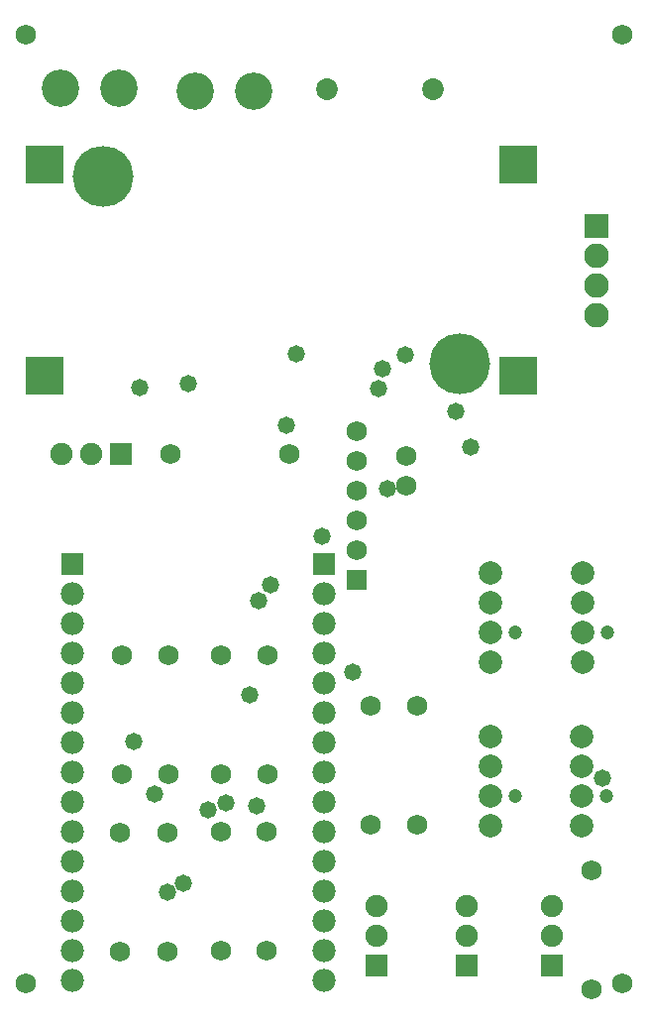
<source format=gbs>
G04 Layer_Color=8150272*
%FSLAX24Y24*%
%MOIN*%
G70*
G01*
G75*
%ADD36C,0.0730*%
%ADD37C,0.2049*%
%ADD38R,0.1261X0.1261*%
%ADD39C,0.1261*%
%ADD40C,0.0680*%
%ADD42R,0.0680X0.0680*%
%ADD43C,0.0474*%
%ADD44C,0.0789*%
%ADD45C,0.0830*%
%ADD46R,0.0830X0.0830*%
%ADD47C,0.0749*%
%ADD48R,0.0749X0.0749*%
%ADD49R,0.0749X0.0749*%
%ADD50R,0.0780X0.0780*%
%ADD51C,0.0780*%
%ADD52C,0.0580*%
D36*
X24331Y40669D02*
D03*
X20787D02*
D03*
D37*
X25236Y31457D02*
D03*
X13228Y37756D02*
D03*
D38*
X11260Y31063D02*
D03*
X27205D02*
D03*
Y38150D02*
D03*
X11260D02*
D03*
D39*
X16339Y40630D02*
D03*
X18307D02*
D03*
X13780Y40709D02*
D03*
X11811D02*
D03*
D40*
X23454Y27335D02*
D03*
Y28335D02*
D03*
X13858Y17638D02*
D03*
Y21638D02*
D03*
X29685Y14409D02*
D03*
Y10409D02*
D03*
X21772Y25173D02*
D03*
Y26173D02*
D03*
Y27173D02*
D03*
Y28173D02*
D03*
Y29173D02*
D03*
X18740Y15709D02*
D03*
Y11709D02*
D03*
X19488Y28425D02*
D03*
X15488D02*
D03*
X23819Y15945D02*
D03*
Y19945D02*
D03*
X22244Y15945D02*
D03*
Y19945D02*
D03*
X18780Y17638D02*
D03*
Y21638D02*
D03*
X17205Y17638D02*
D03*
Y21638D02*
D03*
X15433Y17638D02*
D03*
Y21638D02*
D03*
X15394Y15669D02*
D03*
Y11669D02*
D03*
X17205Y15709D02*
D03*
Y11709D02*
D03*
X13819Y15669D02*
D03*
Y11669D02*
D03*
X30709Y10630D02*
D03*
X10630D02*
D03*
Y42520D02*
D03*
X30709D02*
D03*
D42*
X21772Y24173D02*
D03*
D43*
X30220Y22402D02*
D03*
X27110Y16929D02*
D03*
Y22402D02*
D03*
X30181Y16929D02*
D03*
D44*
X29370Y24402D02*
D03*
Y23402D02*
D03*
X29370Y22402D02*
D03*
X29370Y21402D02*
D03*
X26260Y18929D02*
D03*
Y17929D02*
D03*
X26260Y16929D02*
D03*
X26260Y15929D02*
D03*
Y24402D02*
D03*
Y23402D02*
D03*
X26260Y22402D02*
D03*
X26260Y21402D02*
D03*
X29331Y18929D02*
D03*
Y17929D02*
D03*
X29331Y16929D02*
D03*
X29331Y15929D02*
D03*
D45*
X29837Y33067D02*
D03*
Y34067D02*
D03*
Y35067D02*
D03*
D46*
Y36067D02*
D03*
D47*
X11835Y28425D02*
D03*
X12835D02*
D03*
X28346Y13205D02*
D03*
Y12205D02*
D03*
X25472Y13205D02*
D03*
Y12205D02*
D03*
X22441Y13205D02*
D03*
Y12205D02*
D03*
D48*
X13835Y28425D02*
D03*
D49*
X28346Y11205D02*
D03*
X25472D02*
D03*
X22441Y11205D02*
D03*
D50*
X12205Y24717D02*
D03*
X20669D02*
D03*
D51*
X12205Y23717D02*
D03*
Y22717D02*
D03*
Y21717D02*
D03*
Y20717D02*
D03*
Y19717D02*
D03*
Y18717D02*
D03*
Y17717D02*
D03*
Y16717D02*
D03*
Y15717D02*
D03*
Y14717D02*
D03*
Y13717D02*
D03*
Y12717D02*
D03*
Y11717D02*
D03*
Y10717D02*
D03*
X20669Y23717D02*
D03*
Y22717D02*
D03*
Y21717D02*
D03*
Y20717D02*
D03*
Y19717D02*
D03*
Y18717D02*
D03*
Y17717D02*
D03*
Y16717D02*
D03*
Y15717D02*
D03*
Y14717D02*
D03*
Y13717D02*
D03*
Y12717D02*
D03*
Y11717D02*
D03*
Y10717D02*
D03*
D52*
X18400Y16580D02*
D03*
X17370Y16670D02*
D03*
X18480Y23490D02*
D03*
X18870Y24010D02*
D03*
X22800Y27240D02*
D03*
X17360Y16670D02*
D03*
X25100Y29865D02*
D03*
X23400Y31760D02*
D03*
X16110Y30780D02*
D03*
X30040Y17530D02*
D03*
X18180Y20330D02*
D03*
X14280Y18750D02*
D03*
X14470Y30650D02*
D03*
X22650Y31270D02*
D03*
X25590Y28650D02*
D03*
X20620Y25660D02*
D03*
X16780Y16460D02*
D03*
X14961Y16968D02*
D03*
X21650Y21090D02*
D03*
X15390Y13670D02*
D03*
X15945Y13976D02*
D03*
X22510Y30620D02*
D03*
X19409Y29370D02*
D03*
X19724Y31772D02*
D03*
M02*

</source>
